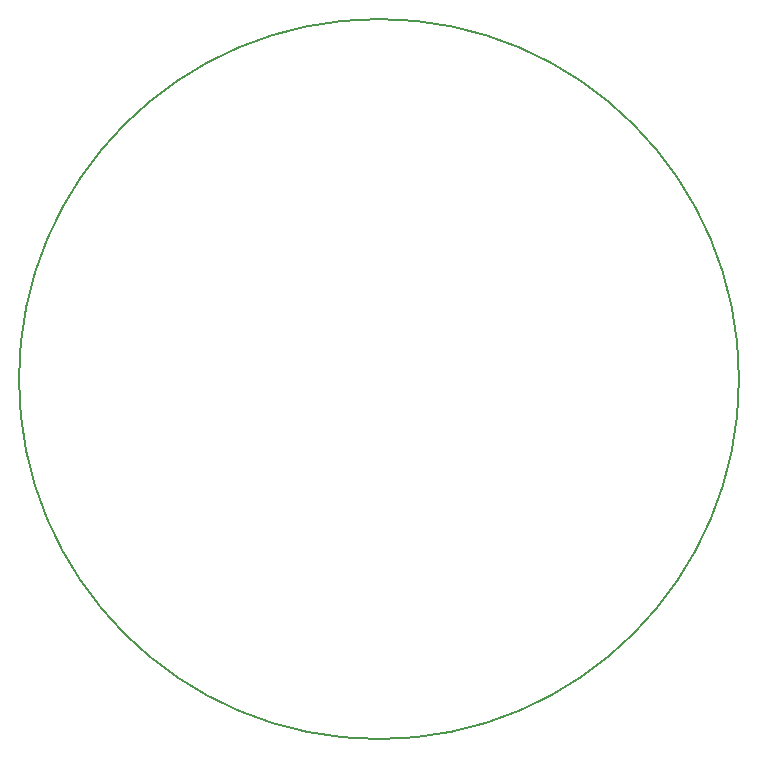
<source format=gbr>
G04 #@! TF.GenerationSoftware,KiCad,Pcbnew,5.0.0+dfsg1-1~bpo9+1*
G04 #@! TF.CreationDate,2018-12-28T11:25:29+01:00*
G04 #@! TF.ProjectId,receive_v1_1,726563656976655F76315F312E6B6963,rev?*
G04 #@! TF.SameCoordinates,Original*
G04 #@! TF.FileFunction,Profile,NP*
%FSLAX46Y46*%
G04 Gerber Fmt 4.6, Leading zero omitted, Abs format (unit mm)*
G04 Created by KiCad (PCBNEW 5.0.0+dfsg1-1~bpo9+1) date Fri Dec 28 11:25:29 2018*
%MOMM*%
%LPD*%
G01*
G04 APERTURE LIST*
%ADD10C,0.152400*%
G04 APERTURE END LIST*
D10*
X148266050Y-104897000D02*
G75*
G03X148266050Y-104897000I-30480000J0D01*
G01*
M02*

</source>
